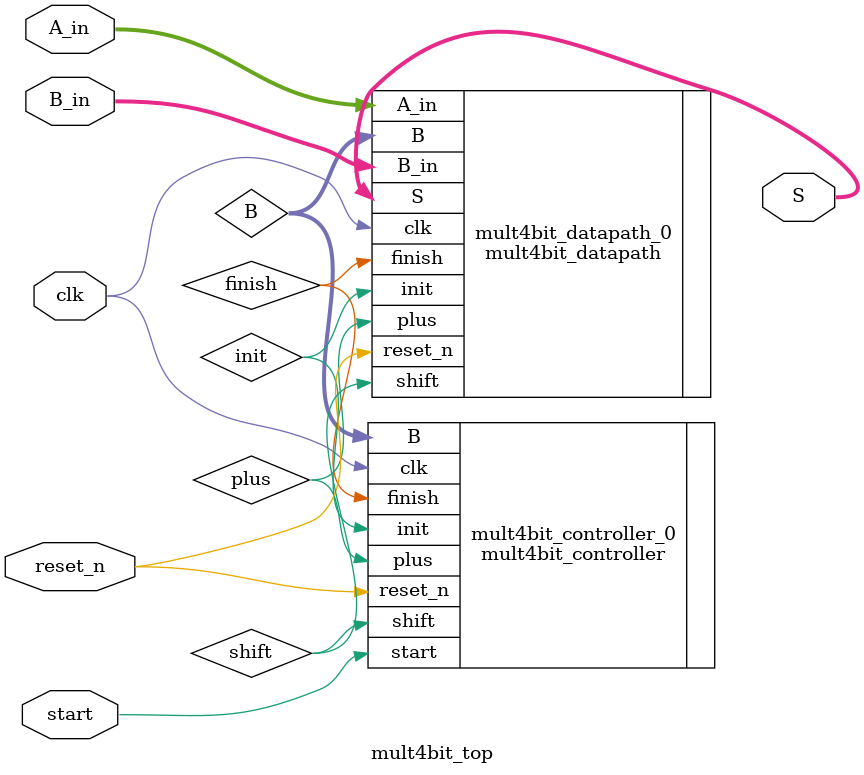
<source format=v>
module mult4bit_top #(parameter M = 4)(
  input            clk    ,
  input            reset_n,
  input  [M-1:0]   A_in   ,
  input  [M-1:0]   B_in   ,
  input            start  ,
  output [2*M-1:0] S       
  );

  wire             init  ;
  wire             plus  ;
  wire             shift ;
  wire             finish;
  wire [M-1:0]     B     ;


mult4bit_controller #(.N(M)) mult4bit_controller_0 (  
  .clk    (clk    ),
  .reset_n(reset_n),
  .start  (start  ),
  .B      (B      ),
  .init   (init   ),
  .plus   (plus   ),
  .shift  (shift  ),
  .finish (finish )
  );

mult4bit_datapath #(.N(M)) mult4bit_datapath_0 (   
  .clk    (clk    ),
  .reset_n(reset_n),
  .A_in   (A_in   ),
  .B_in   (B_in   ),
  .init   (init   ),
  .plus   (plus   ),
  .shift  (shift  ),
  .finish (finish ),
  .B      (B      ),
  .S      (S      )
  );

endmodule
</source>
